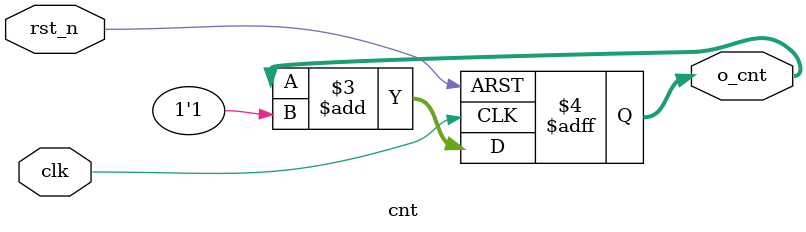
<source format=sv>
module cnt #(
    parameter CNT_WIDTH = 0
) (
    input   logic        clk,
    input   logic        rst_n,

    output  logic [CNT_WIDTH-1:0] o_cnt
);

always_ff @(posedge clk or negedge rst_n) begin
    if (!rst_n)
        o_cnt <= '0;
    else
        o_cnt <= o_cnt + 1'b1;
end

endmodule
</source>
